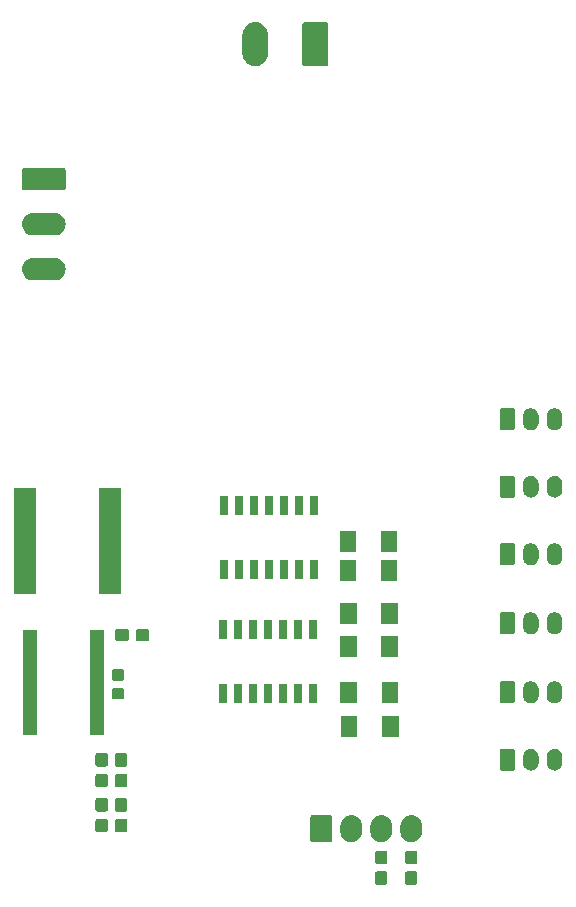
<source format=gbs>
G04 #@! TF.GenerationSoftware,KiCad,Pcbnew,5.0.2+dfsg1-1~bpo9+1*
G04 #@! TF.CreationDate,2020-01-22T15:14:46+01:00*
G04 #@! TF.ProjectId,MOTOR_BOARD_I2C,4d4f544f-525f-4424-9f41-52445f493243,rev?*
G04 #@! TF.SameCoordinates,Original*
G04 #@! TF.FileFunction,Soldermask,Bot*
G04 #@! TF.FilePolarity,Negative*
%FSLAX46Y46*%
G04 Gerber Fmt 4.6, Leading zero omitted, Abs format (unit mm)*
G04 Created by KiCad (PCBNEW 5.0.2+dfsg1-1~bpo9+1) date mer. 22 janv. 2020 15:14:46 CET*
%MOMM*%
%LPD*%
G01*
G04 APERTURE LIST*
%ADD10C,0.100000*%
G04 APERTURE END LIST*
D10*
G36*
X210422499Y-92886445D02*
X210459993Y-92897819D01*
X210494557Y-92916294D01*
X210524847Y-92941153D01*
X210549706Y-92971443D01*
X210568181Y-93006007D01*
X210579555Y-93043501D01*
X210584000Y-93088638D01*
X210584000Y-93827362D01*
X210579555Y-93872499D01*
X210568181Y-93909993D01*
X210549706Y-93944557D01*
X210524847Y-93974847D01*
X210494557Y-93999706D01*
X210459993Y-94018181D01*
X210422499Y-94029555D01*
X210377362Y-94034000D01*
X209738638Y-94034000D01*
X209693501Y-94029555D01*
X209656007Y-94018181D01*
X209621443Y-93999706D01*
X209591153Y-93974847D01*
X209566294Y-93944557D01*
X209547819Y-93909993D01*
X209536445Y-93872499D01*
X209532000Y-93827362D01*
X209532000Y-93088638D01*
X209536445Y-93043501D01*
X209547819Y-93006007D01*
X209566294Y-92971443D01*
X209591153Y-92941153D01*
X209621443Y-92916294D01*
X209656007Y-92897819D01*
X209693501Y-92886445D01*
X209738638Y-92882000D01*
X210377362Y-92882000D01*
X210422499Y-92886445D01*
X210422499Y-92886445D01*
G37*
G36*
X207882499Y-92886445D02*
X207919993Y-92897819D01*
X207954557Y-92916294D01*
X207984847Y-92941153D01*
X208009706Y-92971443D01*
X208028181Y-93006007D01*
X208039555Y-93043501D01*
X208044000Y-93088638D01*
X208044000Y-93827362D01*
X208039555Y-93872499D01*
X208028181Y-93909993D01*
X208009706Y-93944557D01*
X207984847Y-93974847D01*
X207954557Y-93999706D01*
X207919993Y-94018181D01*
X207882499Y-94029555D01*
X207837362Y-94034000D01*
X207198638Y-94034000D01*
X207153501Y-94029555D01*
X207116007Y-94018181D01*
X207081443Y-93999706D01*
X207051153Y-93974847D01*
X207026294Y-93944557D01*
X207007819Y-93909993D01*
X206996445Y-93872499D01*
X206992000Y-93827362D01*
X206992000Y-93088638D01*
X206996445Y-93043501D01*
X207007819Y-93006007D01*
X207026294Y-92971443D01*
X207051153Y-92941153D01*
X207081443Y-92916294D01*
X207116007Y-92897819D01*
X207153501Y-92886445D01*
X207198638Y-92882000D01*
X207837362Y-92882000D01*
X207882499Y-92886445D01*
X207882499Y-92886445D01*
G37*
G36*
X207882499Y-91136445D02*
X207919993Y-91147819D01*
X207954557Y-91166294D01*
X207984847Y-91191153D01*
X208009706Y-91221443D01*
X208028181Y-91256007D01*
X208039555Y-91293501D01*
X208044000Y-91338638D01*
X208044000Y-92077362D01*
X208039555Y-92122499D01*
X208028181Y-92159993D01*
X208009706Y-92194557D01*
X207984847Y-92224847D01*
X207954557Y-92249706D01*
X207919993Y-92268181D01*
X207882499Y-92279555D01*
X207837362Y-92284000D01*
X207198638Y-92284000D01*
X207153501Y-92279555D01*
X207116007Y-92268181D01*
X207081443Y-92249706D01*
X207051153Y-92224847D01*
X207026294Y-92194557D01*
X207007819Y-92159993D01*
X206996445Y-92122499D01*
X206992000Y-92077362D01*
X206992000Y-91338638D01*
X206996445Y-91293501D01*
X207007819Y-91256007D01*
X207026294Y-91221443D01*
X207051153Y-91191153D01*
X207081443Y-91166294D01*
X207116007Y-91147819D01*
X207153501Y-91136445D01*
X207198638Y-91132000D01*
X207837362Y-91132000D01*
X207882499Y-91136445D01*
X207882499Y-91136445D01*
G37*
G36*
X210422499Y-91136445D02*
X210459993Y-91147819D01*
X210494557Y-91166294D01*
X210524847Y-91191153D01*
X210549706Y-91221443D01*
X210568181Y-91256007D01*
X210579555Y-91293501D01*
X210584000Y-91338638D01*
X210584000Y-92077362D01*
X210579555Y-92122499D01*
X210568181Y-92159993D01*
X210549706Y-92194557D01*
X210524847Y-92224847D01*
X210494557Y-92249706D01*
X210459993Y-92268181D01*
X210422499Y-92279555D01*
X210377362Y-92284000D01*
X209738638Y-92284000D01*
X209693501Y-92279555D01*
X209656007Y-92268181D01*
X209621443Y-92249706D01*
X209591153Y-92224847D01*
X209566294Y-92194557D01*
X209547819Y-92159993D01*
X209536445Y-92122499D01*
X209532000Y-92077362D01*
X209532000Y-91338638D01*
X209536445Y-91293501D01*
X209547819Y-91256007D01*
X209566294Y-91221443D01*
X209591153Y-91191153D01*
X209621443Y-91166294D01*
X209656007Y-91147819D01*
X209693501Y-91136445D01*
X209738638Y-91132000D01*
X210377362Y-91132000D01*
X210422499Y-91136445D01*
X210422499Y-91136445D01*
G37*
G36*
X210238547Y-88143326D02*
X210354286Y-88178435D01*
X210412157Y-88195990D01*
X210433718Y-88207515D01*
X210572155Y-88281511D01*
X210712396Y-88396604D01*
X210827489Y-88536844D01*
X210840404Y-88561007D01*
X210913010Y-88696842D01*
X210913968Y-88700000D01*
X210965674Y-88870452D01*
X210979000Y-89005756D01*
X210979000Y-89556243D01*
X210965674Y-89691548D01*
X210913010Y-89865157D01*
X210827489Y-90025156D01*
X210712396Y-90165396D01*
X210572156Y-90280489D01*
X210553314Y-90290560D01*
X210412158Y-90366010D01*
X210365551Y-90380148D01*
X210238548Y-90418674D01*
X210058000Y-90436456D01*
X209877453Y-90418674D01*
X209750450Y-90380148D01*
X209703843Y-90366010D01*
X209562687Y-90290560D01*
X209543845Y-90280489D01*
X209403605Y-90165396D01*
X209288512Y-90025156D01*
X209248703Y-89950680D01*
X209202990Y-89865158D01*
X209185435Y-89807287D01*
X209150326Y-89691548D01*
X209137000Y-89556244D01*
X209137000Y-89005757D01*
X209150326Y-88870453D01*
X209185435Y-88754714D01*
X209202990Y-88696843D01*
X209234183Y-88638486D01*
X209288511Y-88536845D01*
X209403604Y-88396604D01*
X209543844Y-88281511D01*
X209680685Y-88208368D01*
X209703842Y-88195990D01*
X209761713Y-88178435D01*
X209877452Y-88143326D01*
X210058000Y-88125544D01*
X210238547Y-88143326D01*
X210238547Y-88143326D01*
G37*
G36*
X207698547Y-88143326D02*
X207814286Y-88178435D01*
X207872157Y-88195990D01*
X207893718Y-88207515D01*
X208032155Y-88281511D01*
X208172396Y-88396604D01*
X208287489Y-88536844D01*
X208300404Y-88561007D01*
X208373010Y-88696842D01*
X208373968Y-88700000D01*
X208425674Y-88870452D01*
X208439000Y-89005756D01*
X208439000Y-89556243D01*
X208425674Y-89691548D01*
X208373010Y-89865157D01*
X208287489Y-90025156D01*
X208172396Y-90165396D01*
X208032156Y-90280489D01*
X208013314Y-90290560D01*
X207872158Y-90366010D01*
X207825551Y-90380148D01*
X207698548Y-90418674D01*
X207518000Y-90436456D01*
X207337453Y-90418674D01*
X207210450Y-90380148D01*
X207163843Y-90366010D01*
X207022687Y-90290560D01*
X207003845Y-90280489D01*
X206863605Y-90165396D01*
X206748512Y-90025156D01*
X206708703Y-89950680D01*
X206662990Y-89865158D01*
X206645435Y-89807287D01*
X206610326Y-89691548D01*
X206597000Y-89556244D01*
X206597000Y-89005757D01*
X206610326Y-88870453D01*
X206645435Y-88754714D01*
X206662990Y-88696843D01*
X206694183Y-88638486D01*
X206748511Y-88536845D01*
X206863604Y-88396604D01*
X207003844Y-88281511D01*
X207140685Y-88208368D01*
X207163842Y-88195990D01*
X207221713Y-88178435D01*
X207337452Y-88143326D01*
X207518000Y-88125544D01*
X207698547Y-88143326D01*
X207698547Y-88143326D01*
G37*
G36*
X205158547Y-88143326D02*
X205274286Y-88178435D01*
X205332157Y-88195990D01*
X205353718Y-88207515D01*
X205492155Y-88281511D01*
X205632396Y-88396604D01*
X205747489Y-88536844D01*
X205760404Y-88561007D01*
X205833010Y-88696842D01*
X205833968Y-88700000D01*
X205885674Y-88870452D01*
X205899000Y-89005756D01*
X205899000Y-89556243D01*
X205885674Y-89691548D01*
X205833010Y-89865157D01*
X205747489Y-90025156D01*
X205632396Y-90165396D01*
X205492156Y-90280489D01*
X205473314Y-90290560D01*
X205332158Y-90366010D01*
X205285551Y-90380148D01*
X205158548Y-90418674D01*
X204978000Y-90436456D01*
X204797453Y-90418674D01*
X204670450Y-90380148D01*
X204623843Y-90366010D01*
X204482687Y-90290560D01*
X204463845Y-90280489D01*
X204323605Y-90165396D01*
X204208512Y-90025156D01*
X204168703Y-89950680D01*
X204122990Y-89865158D01*
X204105435Y-89807287D01*
X204070326Y-89691548D01*
X204057000Y-89556244D01*
X204057000Y-89005757D01*
X204070326Y-88870453D01*
X204105435Y-88754714D01*
X204122990Y-88696843D01*
X204154183Y-88638486D01*
X204208511Y-88536845D01*
X204323604Y-88396604D01*
X204463844Y-88281511D01*
X204600685Y-88208368D01*
X204623842Y-88195990D01*
X204681713Y-88178435D01*
X204797452Y-88143326D01*
X204978000Y-88125544D01*
X205158547Y-88143326D01*
X205158547Y-88143326D01*
G37*
G36*
X203217560Y-88133966D02*
X203250383Y-88143923D01*
X203280632Y-88160092D01*
X203307148Y-88181852D01*
X203328908Y-88208368D01*
X203345077Y-88238617D01*
X203355034Y-88271440D01*
X203359000Y-88311712D01*
X203359000Y-90250288D01*
X203355034Y-90290560D01*
X203345077Y-90323383D01*
X203328908Y-90353632D01*
X203307148Y-90380148D01*
X203280632Y-90401908D01*
X203250383Y-90418077D01*
X203217560Y-90428034D01*
X203177288Y-90432000D01*
X201698712Y-90432000D01*
X201658440Y-90428034D01*
X201625617Y-90418077D01*
X201595368Y-90401908D01*
X201568852Y-90380148D01*
X201547092Y-90353632D01*
X201530923Y-90323383D01*
X201520966Y-90290560D01*
X201517000Y-90250288D01*
X201517000Y-88311712D01*
X201520966Y-88271440D01*
X201530923Y-88238617D01*
X201547092Y-88208368D01*
X201568852Y-88181852D01*
X201595368Y-88160092D01*
X201625617Y-88143923D01*
X201658440Y-88133966D01*
X201698712Y-88130000D01*
X203177288Y-88130000D01*
X203217560Y-88133966D01*
X203217560Y-88133966D01*
G37*
G36*
X185847999Y-88441445D02*
X185885493Y-88452819D01*
X185920057Y-88471294D01*
X185950347Y-88496153D01*
X185975206Y-88526443D01*
X185993681Y-88561007D01*
X186005055Y-88598501D01*
X186009500Y-88643638D01*
X186009500Y-89382362D01*
X186005055Y-89427499D01*
X185993681Y-89464993D01*
X185975206Y-89499557D01*
X185950347Y-89529847D01*
X185920057Y-89554706D01*
X185885493Y-89573181D01*
X185847999Y-89584555D01*
X185802862Y-89589000D01*
X185164138Y-89589000D01*
X185119001Y-89584555D01*
X185081507Y-89573181D01*
X185046943Y-89554706D01*
X185016653Y-89529847D01*
X184991794Y-89499557D01*
X184973319Y-89464993D01*
X184961945Y-89427499D01*
X184957500Y-89382362D01*
X184957500Y-88643638D01*
X184961945Y-88598501D01*
X184973319Y-88561007D01*
X184991794Y-88526443D01*
X185016653Y-88496153D01*
X185046943Y-88471294D01*
X185081507Y-88452819D01*
X185119001Y-88441445D01*
X185164138Y-88437000D01*
X185802862Y-88437000D01*
X185847999Y-88441445D01*
X185847999Y-88441445D01*
G37*
G36*
X184196999Y-88441445D02*
X184234493Y-88452819D01*
X184269057Y-88471294D01*
X184299347Y-88496153D01*
X184324206Y-88526443D01*
X184342681Y-88561007D01*
X184354055Y-88598501D01*
X184358500Y-88643638D01*
X184358500Y-89382362D01*
X184354055Y-89427499D01*
X184342681Y-89464993D01*
X184324206Y-89499557D01*
X184299347Y-89529847D01*
X184269057Y-89554706D01*
X184234493Y-89573181D01*
X184196999Y-89584555D01*
X184151862Y-89589000D01*
X183513138Y-89589000D01*
X183468001Y-89584555D01*
X183430507Y-89573181D01*
X183395943Y-89554706D01*
X183365653Y-89529847D01*
X183340794Y-89499557D01*
X183322319Y-89464993D01*
X183310945Y-89427499D01*
X183306500Y-89382362D01*
X183306500Y-88643638D01*
X183310945Y-88598501D01*
X183322319Y-88561007D01*
X183340794Y-88526443D01*
X183365653Y-88496153D01*
X183395943Y-88471294D01*
X183430507Y-88452819D01*
X183468001Y-88441445D01*
X183513138Y-88437000D01*
X184151862Y-88437000D01*
X184196999Y-88441445D01*
X184196999Y-88441445D01*
G37*
G36*
X184196999Y-86691445D02*
X184234493Y-86702819D01*
X184269057Y-86721294D01*
X184299347Y-86746153D01*
X184324206Y-86776443D01*
X184342681Y-86811007D01*
X184354055Y-86848501D01*
X184358500Y-86893638D01*
X184358500Y-87632362D01*
X184354055Y-87677499D01*
X184342681Y-87714993D01*
X184324206Y-87749557D01*
X184299347Y-87779847D01*
X184269057Y-87804706D01*
X184234493Y-87823181D01*
X184196999Y-87834555D01*
X184151862Y-87839000D01*
X183513138Y-87839000D01*
X183468001Y-87834555D01*
X183430507Y-87823181D01*
X183395943Y-87804706D01*
X183365653Y-87779847D01*
X183340794Y-87749557D01*
X183322319Y-87714993D01*
X183310945Y-87677499D01*
X183306500Y-87632362D01*
X183306500Y-86893638D01*
X183310945Y-86848501D01*
X183322319Y-86811007D01*
X183340794Y-86776443D01*
X183365653Y-86746153D01*
X183395943Y-86721294D01*
X183430507Y-86702819D01*
X183468001Y-86691445D01*
X183513138Y-86687000D01*
X184151862Y-86687000D01*
X184196999Y-86691445D01*
X184196999Y-86691445D01*
G37*
G36*
X185847999Y-86691445D02*
X185885493Y-86702819D01*
X185920057Y-86721294D01*
X185950347Y-86746153D01*
X185975206Y-86776443D01*
X185993681Y-86811007D01*
X186005055Y-86848501D01*
X186009500Y-86893638D01*
X186009500Y-87632362D01*
X186005055Y-87677499D01*
X185993681Y-87714993D01*
X185975206Y-87749557D01*
X185950347Y-87779847D01*
X185920057Y-87804706D01*
X185885493Y-87823181D01*
X185847999Y-87834555D01*
X185802862Y-87839000D01*
X185164138Y-87839000D01*
X185119001Y-87834555D01*
X185081507Y-87823181D01*
X185046943Y-87804706D01*
X185016653Y-87779847D01*
X184991794Y-87749557D01*
X184973319Y-87714993D01*
X184961945Y-87677499D01*
X184957500Y-87632362D01*
X184957500Y-86893638D01*
X184961945Y-86848501D01*
X184973319Y-86811007D01*
X184991794Y-86776443D01*
X185016653Y-86746153D01*
X185046943Y-86721294D01*
X185081507Y-86702819D01*
X185119001Y-86691445D01*
X185164138Y-86687000D01*
X185802862Y-86687000D01*
X185847999Y-86691445D01*
X185847999Y-86691445D01*
G37*
G36*
X185847999Y-84631445D02*
X185885493Y-84642819D01*
X185920057Y-84661294D01*
X185950347Y-84686153D01*
X185975206Y-84716443D01*
X185993681Y-84751007D01*
X186005055Y-84788501D01*
X186009500Y-84833638D01*
X186009500Y-85572362D01*
X186005055Y-85617499D01*
X185993681Y-85654993D01*
X185975206Y-85689557D01*
X185950347Y-85719847D01*
X185920057Y-85744706D01*
X185885493Y-85763181D01*
X185847999Y-85774555D01*
X185802862Y-85779000D01*
X185164138Y-85779000D01*
X185119001Y-85774555D01*
X185081507Y-85763181D01*
X185046943Y-85744706D01*
X185016653Y-85719847D01*
X184991794Y-85689557D01*
X184973319Y-85654993D01*
X184961945Y-85617499D01*
X184957500Y-85572362D01*
X184957500Y-84833638D01*
X184961945Y-84788501D01*
X184973319Y-84751007D01*
X184991794Y-84716443D01*
X185016653Y-84686153D01*
X185046943Y-84661294D01*
X185081507Y-84642819D01*
X185119001Y-84631445D01*
X185164138Y-84627000D01*
X185802862Y-84627000D01*
X185847999Y-84631445D01*
X185847999Y-84631445D01*
G37*
G36*
X184196999Y-84631445D02*
X184234493Y-84642819D01*
X184269057Y-84661294D01*
X184299347Y-84686153D01*
X184324206Y-84716443D01*
X184342681Y-84751007D01*
X184354055Y-84788501D01*
X184358500Y-84833638D01*
X184358500Y-85572362D01*
X184354055Y-85617499D01*
X184342681Y-85654993D01*
X184324206Y-85689557D01*
X184299347Y-85719847D01*
X184269057Y-85744706D01*
X184234493Y-85763181D01*
X184196999Y-85774555D01*
X184151862Y-85779000D01*
X183513138Y-85779000D01*
X183468001Y-85774555D01*
X183430507Y-85763181D01*
X183395943Y-85744706D01*
X183365653Y-85719847D01*
X183340794Y-85689557D01*
X183322319Y-85654993D01*
X183310945Y-85617499D01*
X183306500Y-85572362D01*
X183306500Y-84833638D01*
X183310945Y-84788501D01*
X183322319Y-84751007D01*
X183340794Y-84716443D01*
X183365653Y-84686153D01*
X183395943Y-84661294D01*
X183430507Y-84642819D01*
X183468001Y-84631445D01*
X183513138Y-84627000D01*
X184151862Y-84627000D01*
X184196999Y-84631445D01*
X184196999Y-84631445D01*
G37*
G36*
X222313617Y-82522420D02*
X222395426Y-82547237D01*
X222436332Y-82559645D01*
X222458544Y-82571518D01*
X222549425Y-82620095D01*
X222549427Y-82620096D01*
X222549426Y-82620096D01*
X222622965Y-82680447D01*
X222648553Y-82701447D01*
X222729905Y-82800574D01*
X222729906Y-82800576D01*
X222790355Y-82913667D01*
X222792677Y-82921323D01*
X222827580Y-83036382D01*
X222837000Y-83132027D01*
X222837000Y-83745973D01*
X222827580Y-83841618D01*
X222819729Y-83867499D01*
X222790355Y-83964333D01*
X222774120Y-83994706D01*
X222729905Y-84077426D01*
X222648553Y-84176553D01*
X222549426Y-84257905D01*
X222549424Y-84257906D01*
X222436333Y-84318355D01*
X222395427Y-84330763D01*
X222313618Y-84355580D01*
X222186000Y-84368149D01*
X222058383Y-84355580D01*
X221976574Y-84330763D01*
X221935668Y-84318355D01*
X221822577Y-84257906D01*
X221822575Y-84257905D01*
X221723448Y-84176553D01*
X221642095Y-84077426D01*
X221597880Y-83994706D01*
X221581645Y-83964333D01*
X221552271Y-83867499D01*
X221544420Y-83841618D01*
X221535000Y-83745973D01*
X221535000Y-83132028D01*
X221544420Y-83036383D01*
X221569401Y-82954031D01*
X221581645Y-82913668D01*
X221613957Y-82853218D01*
X221642095Y-82800575D01*
X221723447Y-82701447D01*
X221822574Y-82620095D01*
X221857400Y-82601480D01*
X221935667Y-82559645D01*
X221976573Y-82547237D01*
X222058382Y-82522420D01*
X222186000Y-82509851D01*
X222313617Y-82522420D01*
X222313617Y-82522420D01*
G37*
G36*
X220313617Y-82522420D02*
X220395426Y-82547237D01*
X220436332Y-82559645D01*
X220458544Y-82571518D01*
X220549425Y-82620095D01*
X220549427Y-82620096D01*
X220549426Y-82620096D01*
X220622965Y-82680447D01*
X220648553Y-82701447D01*
X220729905Y-82800574D01*
X220729906Y-82800576D01*
X220790355Y-82913667D01*
X220792677Y-82921323D01*
X220827580Y-83036382D01*
X220837000Y-83132027D01*
X220837000Y-83745973D01*
X220827580Y-83841618D01*
X220819729Y-83867499D01*
X220790355Y-83964333D01*
X220774120Y-83994706D01*
X220729905Y-84077426D01*
X220648553Y-84176553D01*
X220549426Y-84257905D01*
X220549424Y-84257906D01*
X220436333Y-84318355D01*
X220395427Y-84330763D01*
X220313618Y-84355580D01*
X220186000Y-84368149D01*
X220058383Y-84355580D01*
X219976574Y-84330763D01*
X219935668Y-84318355D01*
X219822577Y-84257906D01*
X219822575Y-84257905D01*
X219723448Y-84176553D01*
X219642095Y-84077426D01*
X219597880Y-83994706D01*
X219581645Y-83964333D01*
X219552271Y-83867499D01*
X219544420Y-83841618D01*
X219535000Y-83745973D01*
X219535000Y-83132028D01*
X219544420Y-83036383D01*
X219569401Y-82954031D01*
X219581645Y-82913668D01*
X219613957Y-82853218D01*
X219642095Y-82800575D01*
X219723447Y-82701447D01*
X219822574Y-82620095D01*
X219857400Y-82601480D01*
X219935667Y-82559645D01*
X219976573Y-82547237D01*
X220058382Y-82522420D01*
X220186000Y-82509851D01*
X220313617Y-82522420D01*
X220313617Y-82522420D01*
G37*
G36*
X218677242Y-82517404D02*
X218714339Y-82528657D01*
X218748520Y-82546927D01*
X218778482Y-82571518D01*
X218803073Y-82601480D01*
X218821343Y-82635661D01*
X218832596Y-82672758D01*
X218837000Y-82717473D01*
X218837000Y-84160527D01*
X218832596Y-84205242D01*
X218821343Y-84242339D01*
X218803073Y-84276520D01*
X218778482Y-84306482D01*
X218748520Y-84331073D01*
X218714339Y-84349343D01*
X218677242Y-84360596D01*
X218632527Y-84365000D01*
X217739473Y-84365000D01*
X217694758Y-84360596D01*
X217657661Y-84349343D01*
X217623480Y-84331073D01*
X217593518Y-84306482D01*
X217568927Y-84276520D01*
X217550657Y-84242339D01*
X217539404Y-84205242D01*
X217535000Y-84160527D01*
X217535000Y-82717473D01*
X217539404Y-82672758D01*
X217550657Y-82635661D01*
X217568927Y-82601480D01*
X217593518Y-82571518D01*
X217623480Y-82546927D01*
X217657661Y-82528657D01*
X217694758Y-82517404D01*
X217739473Y-82513000D01*
X218632527Y-82513000D01*
X218677242Y-82517404D01*
X218677242Y-82517404D01*
G37*
G36*
X184196999Y-82881445D02*
X184234493Y-82892819D01*
X184269057Y-82911294D01*
X184299347Y-82936153D01*
X184324206Y-82966443D01*
X184342681Y-83001007D01*
X184354055Y-83038501D01*
X184358500Y-83083638D01*
X184358500Y-83822362D01*
X184354055Y-83867499D01*
X184342681Y-83904993D01*
X184324206Y-83939557D01*
X184299347Y-83969847D01*
X184269057Y-83994706D01*
X184234493Y-84013181D01*
X184196999Y-84024555D01*
X184151862Y-84029000D01*
X183513138Y-84029000D01*
X183468001Y-84024555D01*
X183430507Y-84013181D01*
X183395943Y-83994706D01*
X183365653Y-83969847D01*
X183340794Y-83939557D01*
X183322319Y-83904993D01*
X183310945Y-83867499D01*
X183306500Y-83822362D01*
X183306500Y-83083638D01*
X183310945Y-83038501D01*
X183322319Y-83001007D01*
X183340794Y-82966443D01*
X183365653Y-82936153D01*
X183395943Y-82911294D01*
X183430507Y-82892819D01*
X183468001Y-82881445D01*
X183513138Y-82877000D01*
X184151862Y-82877000D01*
X184196999Y-82881445D01*
X184196999Y-82881445D01*
G37*
G36*
X185847999Y-82881445D02*
X185885493Y-82892819D01*
X185920057Y-82911294D01*
X185950347Y-82936153D01*
X185975206Y-82966443D01*
X185993681Y-83001007D01*
X186005055Y-83038501D01*
X186009500Y-83083638D01*
X186009500Y-83822362D01*
X186005055Y-83867499D01*
X185993681Y-83904993D01*
X185975206Y-83939557D01*
X185950347Y-83969847D01*
X185920057Y-83994706D01*
X185885493Y-84013181D01*
X185847999Y-84024555D01*
X185802862Y-84029000D01*
X185164138Y-84029000D01*
X185119001Y-84024555D01*
X185081507Y-84013181D01*
X185046943Y-83994706D01*
X185016653Y-83969847D01*
X184991794Y-83939557D01*
X184973319Y-83904993D01*
X184961945Y-83867499D01*
X184957500Y-83822362D01*
X184957500Y-83083638D01*
X184961945Y-83038501D01*
X184973319Y-83001007D01*
X184991794Y-82966443D01*
X185016653Y-82936153D01*
X185046943Y-82911294D01*
X185081507Y-82892819D01*
X185119001Y-82881445D01*
X185164138Y-82877000D01*
X185802862Y-82877000D01*
X185847999Y-82881445D01*
X185847999Y-82881445D01*
G37*
G36*
X205488500Y-81546000D02*
X204086500Y-81546000D01*
X204086500Y-79744000D01*
X205488500Y-79744000D01*
X205488500Y-81546000D01*
X205488500Y-81546000D01*
G37*
G36*
X208988500Y-81546000D02*
X207586500Y-81546000D01*
X207586500Y-79744000D01*
X208988500Y-79744000D01*
X208988500Y-81546000D01*
X208988500Y-81546000D01*
G37*
G36*
X184075799Y-81387506D02*
X182873799Y-81387506D01*
X182873799Y-72435506D01*
X184075799Y-72435506D01*
X184075799Y-81387506D01*
X184075799Y-81387506D01*
G37*
G36*
X178375799Y-81387506D02*
X177173799Y-81387506D01*
X177173799Y-72435506D01*
X178375799Y-72435506D01*
X178375799Y-81387506D01*
X178375799Y-81387506D01*
G37*
G36*
X220313617Y-76807420D02*
X220395426Y-76832237D01*
X220436332Y-76844645D01*
X220458544Y-76856518D01*
X220549425Y-76905095D01*
X220549427Y-76905096D01*
X220549426Y-76905096D01*
X220647407Y-76985506D01*
X220648553Y-76986447D01*
X220729905Y-77085574D01*
X220729906Y-77085576D01*
X220790355Y-77198667D01*
X220802763Y-77239573D01*
X220827580Y-77321382D01*
X220837000Y-77417027D01*
X220837000Y-78030973D01*
X220827580Y-78126618D01*
X220819275Y-78153996D01*
X220790355Y-78249333D01*
X220748577Y-78327493D01*
X220729905Y-78362426D01*
X220648553Y-78461553D01*
X220549426Y-78542905D01*
X220549424Y-78542906D01*
X220436333Y-78603355D01*
X220395427Y-78615763D01*
X220313618Y-78640580D01*
X220186000Y-78653149D01*
X220058383Y-78640580D01*
X219976574Y-78615763D01*
X219935668Y-78603355D01*
X219822577Y-78542906D01*
X219822575Y-78542905D01*
X219723448Y-78461553D01*
X219642095Y-78362426D01*
X219587760Y-78260773D01*
X219581645Y-78249333D01*
X219552725Y-78153996D01*
X219544420Y-78126618D01*
X219535000Y-78030973D01*
X219535000Y-77417028D01*
X219544420Y-77321383D01*
X219581645Y-77198669D01*
X219581645Y-77198668D01*
X219613957Y-77138218D01*
X219642095Y-77085575D01*
X219723447Y-76986447D01*
X219822574Y-76905095D01*
X219857400Y-76886480D01*
X219935667Y-76844645D01*
X219976573Y-76832237D01*
X220058382Y-76807420D01*
X220186000Y-76794851D01*
X220313617Y-76807420D01*
X220313617Y-76807420D01*
G37*
G36*
X222313617Y-76807420D02*
X222395426Y-76832237D01*
X222436332Y-76844645D01*
X222458544Y-76856518D01*
X222549425Y-76905095D01*
X222549427Y-76905096D01*
X222549426Y-76905096D01*
X222647407Y-76985506D01*
X222648553Y-76986447D01*
X222729905Y-77085574D01*
X222729906Y-77085576D01*
X222790355Y-77198667D01*
X222802763Y-77239573D01*
X222827580Y-77321382D01*
X222837000Y-77417027D01*
X222837000Y-78030973D01*
X222827580Y-78126618D01*
X222819275Y-78153996D01*
X222790355Y-78249333D01*
X222748577Y-78327493D01*
X222729905Y-78362426D01*
X222648553Y-78461553D01*
X222549426Y-78542905D01*
X222549424Y-78542906D01*
X222436333Y-78603355D01*
X222395427Y-78615763D01*
X222313618Y-78640580D01*
X222186000Y-78653149D01*
X222058383Y-78640580D01*
X221976574Y-78615763D01*
X221935668Y-78603355D01*
X221822577Y-78542906D01*
X221822575Y-78542905D01*
X221723448Y-78461553D01*
X221642095Y-78362426D01*
X221587760Y-78260773D01*
X221581645Y-78249333D01*
X221552725Y-78153996D01*
X221544420Y-78126618D01*
X221535000Y-78030973D01*
X221535000Y-77417028D01*
X221544420Y-77321383D01*
X221581645Y-77198669D01*
X221581645Y-77198668D01*
X221613957Y-77138218D01*
X221642095Y-77085575D01*
X221723447Y-76986447D01*
X221822574Y-76905095D01*
X221857400Y-76886480D01*
X221935667Y-76844645D01*
X221976573Y-76832237D01*
X222058382Y-76807420D01*
X222186000Y-76794851D01*
X222313617Y-76807420D01*
X222313617Y-76807420D01*
G37*
G36*
X218677242Y-76802404D02*
X218714339Y-76813657D01*
X218748520Y-76831927D01*
X218778482Y-76856518D01*
X218803073Y-76886480D01*
X218821343Y-76920661D01*
X218832596Y-76957758D01*
X218837000Y-77002473D01*
X218837000Y-78445527D01*
X218832596Y-78490242D01*
X218821343Y-78527339D01*
X218803073Y-78561520D01*
X218778482Y-78591482D01*
X218748520Y-78616073D01*
X218714339Y-78634343D01*
X218677242Y-78645596D01*
X218632527Y-78650000D01*
X217739473Y-78650000D01*
X217694758Y-78645596D01*
X217657661Y-78634343D01*
X217623480Y-78616073D01*
X217593518Y-78591482D01*
X217568927Y-78561520D01*
X217550657Y-78527339D01*
X217539404Y-78490242D01*
X217535000Y-78445527D01*
X217535000Y-77002473D01*
X217539404Y-76957758D01*
X217550657Y-76920661D01*
X217568927Y-76886480D01*
X217593518Y-76856518D01*
X217623480Y-76831927D01*
X217657661Y-76813657D01*
X217694758Y-76802404D01*
X217739473Y-76798000D01*
X218632527Y-76798000D01*
X218677242Y-76802404D01*
X218677242Y-76802404D01*
G37*
G36*
X208953000Y-78625000D02*
X207551000Y-78625000D01*
X207551000Y-76823000D01*
X208953000Y-76823000D01*
X208953000Y-78625000D01*
X208953000Y-78625000D01*
G37*
G36*
X205453000Y-78625000D02*
X204051000Y-78625000D01*
X204051000Y-76823000D01*
X205453000Y-76823000D01*
X205453000Y-78625000D01*
X205453000Y-78625000D01*
G37*
G36*
X195740500Y-78621500D02*
X195038500Y-78621500D01*
X195038500Y-77019500D01*
X195740500Y-77019500D01*
X195740500Y-78621500D01*
X195740500Y-78621500D01*
G37*
G36*
X194470500Y-78621500D02*
X193768500Y-78621500D01*
X193768500Y-77019500D01*
X194470500Y-77019500D01*
X194470500Y-78621500D01*
X194470500Y-78621500D01*
G37*
G36*
X197010500Y-78621500D02*
X196308500Y-78621500D01*
X196308500Y-77019500D01*
X197010500Y-77019500D01*
X197010500Y-78621500D01*
X197010500Y-78621500D01*
G37*
G36*
X198280500Y-78621500D02*
X197578500Y-78621500D01*
X197578500Y-77019500D01*
X198280500Y-77019500D01*
X198280500Y-78621500D01*
X198280500Y-78621500D01*
G37*
G36*
X199550500Y-78621500D02*
X198848500Y-78621500D01*
X198848500Y-77019500D01*
X199550500Y-77019500D01*
X199550500Y-78621500D01*
X199550500Y-78621500D01*
G37*
G36*
X200820500Y-78621500D02*
X200118500Y-78621500D01*
X200118500Y-77019500D01*
X200820500Y-77019500D01*
X200820500Y-78621500D01*
X200820500Y-78621500D01*
G37*
G36*
X202090500Y-78621500D02*
X201388500Y-78621500D01*
X201388500Y-77019500D01*
X202090500Y-77019500D01*
X202090500Y-78621500D01*
X202090500Y-78621500D01*
G37*
G36*
X185596297Y-77368971D02*
X185630275Y-77379279D01*
X185661593Y-77396019D01*
X185689045Y-77418547D01*
X185711573Y-77445999D01*
X185728313Y-77477317D01*
X185738621Y-77511295D01*
X185742706Y-77552776D01*
X185742706Y-78153996D01*
X185738621Y-78195477D01*
X185728313Y-78229455D01*
X185711573Y-78260773D01*
X185689045Y-78288225D01*
X185661593Y-78310753D01*
X185630275Y-78327493D01*
X185596297Y-78337801D01*
X185554816Y-78341886D01*
X184878596Y-78341886D01*
X184837115Y-78337801D01*
X184803137Y-78327493D01*
X184771819Y-78310753D01*
X184744367Y-78288225D01*
X184721839Y-78260773D01*
X184705099Y-78229455D01*
X184694791Y-78195477D01*
X184690706Y-78153996D01*
X184690706Y-77552776D01*
X184694791Y-77511295D01*
X184705099Y-77477317D01*
X184721839Y-77445999D01*
X184744367Y-77418547D01*
X184771819Y-77396019D01*
X184803137Y-77379279D01*
X184837115Y-77368971D01*
X184878596Y-77364886D01*
X185554816Y-77364886D01*
X185596297Y-77368971D01*
X185596297Y-77368971D01*
G37*
G36*
X185596297Y-75793971D02*
X185630275Y-75804279D01*
X185661593Y-75821019D01*
X185689045Y-75843547D01*
X185711573Y-75870999D01*
X185728313Y-75902317D01*
X185738621Y-75936295D01*
X185742706Y-75977776D01*
X185742706Y-76578996D01*
X185738621Y-76620477D01*
X185728313Y-76654455D01*
X185711573Y-76685773D01*
X185689045Y-76713225D01*
X185661593Y-76735753D01*
X185630275Y-76752493D01*
X185596297Y-76762801D01*
X185554816Y-76766886D01*
X184878596Y-76766886D01*
X184837115Y-76762801D01*
X184803137Y-76752493D01*
X184771819Y-76735753D01*
X184744367Y-76713225D01*
X184721839Y-76685773D01*
X184705099Y-76654455D01*
X184694791Y-76620477D01*
X184690706Y-76578996D01*
X184690706Y-75977776D01*
X184694791Y-75936295D01*
X184705099Y-75902317D01*
X184721839Y-75870999D01*
X184744367Y-75843547D01*
X184771819Y-75821019D01*
X184803137Y-75804279D01*
X184837115Y-75793971D01*
X184878596Y-75789886D01*
X185554816Y-75789886D01*
X185596297Y-75793971D01*
X185596297Y-75793971D01*
G37*
G36*
X205425000Y-74751500D02*
X204023000Y-74751500D01*
X204023000Y-72949500D01*
X205425000Y-72949500D01*
X205425000Y-74751500D01*
X205425000Y-74751500D01*
G37*
G36*
X208925000Y-74751500D02*
X207523000Y-74751500D01*
X207523000Y-72949500D01*
X208925000Y-72949500D01*
X208925000Y-74751500D01*
X208925000Y-74751500D01*
G37*
G36*
X187725499Y-72376445D02*
X187762993Y-72387819D01*
X187797557Y-72406294D01*
X187827847Y-72431153D01*
X187852706Y-72461443D01*
X187871181Y-72496007D01*
X187882555Y-72533501D01*
X187887000Y-72578638D01*
X187887000Y-73217362D01*
X187882555Y-73262499D01*
X187871181Y-73299993D01*
X187852706Y-73334557D01*
X187827847Y-73364847D01*
X187797557Y-73389706D01*
X187762993Y-73408181D01*
X187725499Y-73419555D01*
X187680362Y-73424000D01*
X186941638Y-73424000D01*
X186896501Y-73419555D01*
X186859007Y-73408181D01*
X186824443Y-73389706D01*
X186794153Y-73364847D01*
X186769294Y-73334557D01*
X186750819Y-73299993D01*
X186739445Y-73262499D01*
X186735000Y-73217362D01*
X186735000Y-72578638D01*
X186739445Y-72533501D01*
X186750819Y-72496007D01*
X186769294Y-72461443D01*
X186794153Y-72431153D01*
X186824443Y-72406294D01*
X186859007Y-72387819D01*
X186896501Y-72376445D01*
X186941638Y-72372000D01*
X187680362Y-72372000D01*
X187725499Y-72376445D01*
X187725499Y-72376445D01*
G37*
G36*
X185975499Y-72376445D02*
X186012993Y-72387819D01*
X186047557Y-72406294D01*
X186077847Y-72431153D01*
X186102706Y-72461443D01*
X186121181Y-72496007D01*
X186132555Y-72533501D01*
X186137000Y-72578638D01*
X186137000Y-73217362D01*
X186132555Y-73262499D01*
X186121181Y-73299993D01*
X186102706Y-73334557D01*
X186077847Y-73364847D01*
X186047557Y-73389706D01*
X186012993Y-73408181D01*
X185975499Y-73419555D01*
X185930362Y-73424000D01*
X185191638Y-73424000D01*
X185146501Y-73419555D01*
X185109007Y-73408181D01*
X185074443Y-73389706D01*
X185044153Y-73364847D01*
X185019294Y-73334557D01*
X185000819Y-73299993D01*
X184989445Y-73262499D01*
X184985000Y-73217362D01*
X184985000Y-72578638D01*
X184989445Y-72533501D01*
X185000819Y-72496007D01*
X185019294Y-72461443D01*
X185044153Y-72431153D01*
X185074443Y-72406294D01*
X185109007Y-72387819D01*
X185146501Y-72376445D01*
X185191638Y-72372000D01*
X185930362Y-72372000D01*
X185975499Y-72376445D01*
X185975499Y-72376445D01*
G37*
G36*
X200820500Y-73221500D02*
X200118500Y-73221500D01*
X200118500Y-71619500D01*
X200820500Y-71619500D01*
X200820500Y-73221500D01*
X200820500Y-73221500D01*
G37*
G36*
X194470500Y-73221500D02*
X193768500Y-73221500D01*
X193768500Y-71619500D01*
X194470500Y-71619500D01*
X194470500Y-73221500D01*
X194470500Y-73221500D01*
G37*
G36*
X197010500Y-73221500D02*
X196308500Y-73221500D01*
X196308500Y-71619500D01*
X197010500Y-71619500D01*
X197010500Y-73221500D01*
X197010500Y-73221500D01*
G37*
G36*
X198280500Y-73221500D02*
X197578500Y-73221500D01*
X197578500Y-71619500D01*
X198280500Y-71619500D01*
X198280500Y-73221500D01*
X198280500Y-73221500D01*
G37*
G36*
X202090500Y-73221500D02*
X201388500Y-73221500D01*
X201388500Y-71619500D01*
X202090500Y-71619500D01*
X202090500Y-73221500D01*
X202090500Y-73221500D01*
G37*
G36*
X199550500Y-73221500D02*
X198848500Y-73221500D01*
X198848500Y-71619500D01*
X199550500Y-71619500D01*
X199550500Y-73221500D01*
X199550500Y-73221500D01*
G37*
G36*
X195740500Y-73221500D02*
X195038500Y-73221500D01*
X195038500Y-71619500D01*
X195740500Y-71619500D01*
X195740500Y-73221500D01*
X195740500Y-73221500D01*
G37*
G36*
X222313617Y-70965420D02*
X222395426Y-70990237D01*
X222436332Y-71002645D01*
X222458544Y-71014518D01*
X222549425Y-71063095D01*
X222549427Y-71063096D01*
X222549426Y-71063096D01*
X222622965Y-71123447D01*
X222648553Y-71144447D01*
X222729905Y-71243574D01*
X222729906Y-71243576D01*
X222790355Y-71356667D01*
X222802763Y-71397573D01*
X222827580Y-71479382D01*
X222837000Y-71575027D01*
X222837000Y-72188973D01*
X222827580Y-72284618D01*
X222802763Y-72366427D01*
X222790355Y-72407333D01*
X222761432Y-72461443D01*
X222729905Y-72520426D01*
X222648553Y-72619553D01*
X222549426Y-72700905D01*
X222549424Y-72700906D01*
X222436333Y-72761355D01*
X222395427Y-72773763D01*
X222313618Y-72798580D01*
X222186000Y-72811149D01*
X222058383Y-72798580D01*
X221976574Y-72773763D01*
X221935668Y-72761355D01*
X221822577Y-72700906D01*
X221822575Y-72700905D01*
X221723448Y-72619553D01*
X221642095Y-72520426D01*
X221596704Y-72435506D01*
X221581645Y-72407333D01*
X221569237Y-72366427D01*
X221544420Y-72284618D01*
X221535000Y-72188973D01*
X221535000Y-71575028D01*
X221544420Y-71479383D01*
X221581645Y-71356669D01*
X221581645Y-71356668D01*
X221613957Y-71296218D01*
X221642095Y-71243575D01*
X221723447Y-71144447D01*
X221822574Y-71063095D01*
X221857400Y-71044480D01*
X221935667Y-71002645D01*
X221976573Y-70990237D01*
X222058382Y-70965420D01*
X222186000Y-70952851D01*
X222313617Y-70965420D01*
X222313617Y-70965420D01*
G37*
G36*
X220313617Y-70965420D02*
X220395426Y-70990237D01*
X220436332Y-71002645D01*
X220458544Y-71014518D01*
X220549425Y-71063095D01*
X220549427Y-71063096D01*
X220549426Y-71063096D01*
X220622965Y-71123447D01*
X220648553Y-71144447D01*
X220729905Y-71243574D01*
X220729906Y-71243576D01*
X220790355Y-71356667D01*
X220802763Y-71397573D01*
X220827580Y-71479382D01*
X220837000Y-71575027D01*
X220837000Y-72188973D01*
X220827580Y-72284618D01*
X220802763Y-72366427D01*
X220790355Y-72407333D01*
X220761432Y-72461443D01*
X220729905Y-72520426D01*
X220648553Y-72619553D01*
X220549426Y-72700905D01*
X220549424Y-72700906D01*
X220436333Y-72761355D01*
X220395427Y-72773763D01*
X220313618Y-72798580D01*
X220186000Y-72811149D01*
X220058383Y-72798580D01*
X219976574Y-72773763D01*
X219935668Y-72761355D01*
X219822577Y-72700906D01*
X219822575Y-72700905D01*
X219723448Y-72619553D01*
X219642095Y-72520426D01*
X219596704Y-72435506D01*
X219581645Y-72407333D01*
X219569237Y-72366427D01*
X219544420Y-72284618D01*
X219535000Y-72188973D01*
X219535000Y-71575028D01*
X219544420Y-71479383D01*
X219581645Y-71356669D01*
X219581645Y-71356668D01*
X219613957Y-71296218D01*
X219642095Y-71243575D01*
X219723447Y-71144447D01*
X219822574Y-71063095D01*
X219857400Y-71044480D01*
X219935667Y-71002645D01*
X219976573Y-70990237D01*
X220058382Y-70965420D01*
X220186000Y-70952851D01*
X220313617Y-70965420D01*
X220313617Y-70965420D01*
G37*
G36*
X218677242Y-70960404D02*
X218714339Y-70971657D01*
X218748520Y-70989927D01*
X218778482Y-71014518D01*
X218803073Y-71044480D01*
X218821343Y-71078661D01*
X218832596Y-71115758D01*
X218837000Y-71160473D01*
X218837000Y-72603527D01*
X218832596Y-72648242D01*
X218821343Y-72685339D01*
X218803073Y-72719520D01*
X218778482Y-72749482D01*
X218748520Y-72774073D01*
X218714339Y-72792343D01*
X218677242Y-72803596D01*
X218632527Y-72808000D01*
X217739473Y-72808000D01*
X217694758Y-72803596D01*
X217657661Y-72792343D01*
X217623480Y-72774073D01*
X217593518Y-72749482D01*
X217568927Y-72719520D01*
X217550657Y-72685339D01*
X217539404Y-72648242D01*
X217535000Y-72603527D01*
X217535000Y-71160473D01*
X217539404Y-71115758D01*
X217550657Y-71078661D01*
X217568927Y-71044480D01*
X217593518Y-71014518D01*
X217623480Y-70989927D01*
X217657661Y-70971657D01*
X217694758Y-70960404D01*
X217739473Y-70956000D01*
X218632527Y-70956000D01*
X218677242Y-70960404D01*
X218677242Y-70960404D01*
G37*
G36*
X208925000Y-71957500D02*
X207523000Y-71957500D01*
X207523000Y-70155500D01*
X208925000Y-70155500D01*
X208925000Y-71957500D01*
X208925000Y-71957500D01*
G37*
G36*
X205425000Y-71957500D02*
X204023000Y-71957500D01*
X204023000Y-70155500D01*
X205425000Y-70155500D01*
X205425000Y-71957500D01*
X205425000Y-71957500D01*
G37*
G36*
X185501000Y-69398000D02*
X183649000Y-69398000D01*
X183649000Y-60396000D01*
X185501000Y-60396000D01*
X185501000Y-69398000D01*
X185501000Y-69398000D01*
G37*
G36*
X178301000Y-69398000D02*
X176449000Y-69398000D01*
X176449000Y-60396000D01*
X178301000Y-60396000D01*
X178301000Y-69398000D01*
X178301000Y-69398000D01*
G37*
G36*
X208889500Y-68338000D02*
X207487500Y-68338000D01*
X207487500Y-66536000D01*
X208889500Y-66536000D01*
X208889500Y-68338000D01*
X208889500Y-68338000D01*
G37*
G36*
X205389500Y-68338000D02*
X203987500Y-68338000D01*
X203987500Y-66536000D01*
X205389500Y-66536000D01*
X205389500Y-68338000D01*
X205389500Y-68338000D01*
G37*
G36*
X194534000Y-68144000D02*
X193832000Y-68144000D01*
X193832000Y-66542000D01*
X194534000Y-66542000D01*
X194534000Y-68144000D01*
X194534000Y-68144000D01*
G37*
G36*
X200884000Y-68144000D02*
X200182000Y-68144000D01*
X200182000Y-66542000D01*
X200884000Y-66542000D01*
X200884000Y-68144000D01*
X200884000Y-68144000D01*
G37*
G36*
X199614000Y-68144000D02*
X198912000Y-68144000D01*
X198912000Y-66542000D01*
X199614000Y-66542000D01*
X199614000Y-68144000D01*
X199614000Y-68144000D01*
G37*
G36*
X198344000Y-68144000D02*
X197642000Y-68144000D01*
X197642000Y-66542000D01*
X198344000Y-66542000D01*
X198344000Y-68144000D01*
X198344000Y-68144000D01*
G37*
G36*
X195804000Y-68144000D02*
X195102000Y-68144000D01*
X195102000Y-66542000D01*
X195804000Y-66542000D01*
X195804000Y-68144000D01*
X195804000Y-68144000D01*
G37*
G36*
X197074000Y-68144000D02*
X196372000Y-68144000D01*
X196372000Y-66542000D01*
X197074000Y-66542000D01*
X197074000Y-68144000D01*
X197074000Y-68144000D01*
G37*
G36*
X202154000Y-68144000D02*
X201452000Y-68144000D01*
X201452000Y-66542000D01*
X202154000Y-66542000D01*
X202154000Y-68144000D01*
X202154000Y-68144000D01*
G37*
G36*
X220313617Y-65123420D02*
X220395426Y-65148237D01*
X220436332Y-65160645D01*
X220458544Y-65172518D01*
X220549425Y-65221095D01*
X220549427Y-65221096D01*
X220549426Y-65221096D01*
X220622965Y-65281447D01*
X220648553Y-65302447D01*
X220729905Y-65401574D01*
X220729906Y-65401576D01*
X220790355Y-65514667D01*
X220802763Y-65555573D01*
X220827580Y-65637382D01*
X220837000Y-65733027D01*
X220837000Y-66346973D01*
X220827580Y-66442618D01*
X220802763Y-66524427D01*
X220790355Y-66565333D01*
X220736819Y-66665491D01*
X220729905Y-66678426D01*
X220648553Y-66777553D01*
X220549426Y-66858905D01*
X220549424Y-66858906D01*
X220436333Y-66919355D01*
X220395427Y-66931763D01*
X220313618Y-66956580D01*
X220186000Y-66969149D01*
X220058383Y-66956580D01*
X219976574Y-66931763D01*
X219935668Y-66919355D01*
X219822577Y-66858906D01*
X219822575Y-66858905D01*
X219723448Y-66777553D01*
X219642095Y-66678426D01*
X219601795Y-66603030D01*
X219581645Y-66565333D01*
X219569237Y-66524427D01*
X219544420Y-66442618D01*
X219535000Y-66346973D01*
X219535000Y-65733028D01*
X219544420Y-65637383D01*
X219581645Y-65514669D01*
X219581645Y-65514668D01*
X219613957Y-65454218D01*
X219642095Y-65401575D01*
X219723447Y-65302447D01*
X219822574Y-65221095D01*
X219857400Y-65202480D01*
X219935667Y-65160645D01*
X219976573Y-65148237D01*
X220058382Y-65123420D01*
X220186000Y-65110851D01*
X220313617Y-65123420D01*
X220313617Y-65123420D01*
G37*
G36*
X222313617Y-65123420D02*
X222395426Y-65148237D01*
X222436332Y-65160645D01*
X222458544Y-65172518D01*
X222549425Y-65221095D01*
X222549427Y-65221096D01*
X222549426Y-65221096D01*
X222622965Y-65281447D01*
X222648553Y-65302447D01*
X222729905Y-65401574D01*
X222729906Y-65401576D01*
X222790355Y-65514667D01*
X222802763Y-65555573D01*
X222827580Y-65637382D01*
X222837000Y-65733027D01*
X222837000Y-66346973D01*
X222827580Y-66442618D01*
X222802763Y-66524427D01*
X222790355Y-66565333D01*
X222736819Y-66665491D01*
X222729905Y-66678426D01*
X222648553Y-66777553D01*
X222549426Y-66858905D01*
X222549424Y-66858906D01*
X222436333Y-66919355D01*
X222395427Y-66931763D01*
X222313618Y-66956580D01*
X222186000Y-66969149D01*
X222058383Y-66956580D01*
X221976574Y-66931763D01*
X221935668Y-66919355D01*
X221822577Y-66858906D01*
X221822575Y-66858905D01*
X221723448Y-66777553D01*
X221642095Y-66678426D01*
X221601795Y-66603030D01*
X221581645Y-66565333D01*
X221569237Y-66524427D01*
X221544420Y-66442618D01*
X221535000Y-66346973D01*
X221535000Y-65733028D01*
X221544420Y-65637383D01*
X221581645Y-65514669D01*
X221581645Y-65514668D01*
X221613957Y-65454218D01*
X221642095Y-65401575D01*
X221723447Y-65302447D01*
X221822574Y-65221095D01*
X221857400Y-65202480D01*
X221935667Y-65160645D01*
X221976573Y-65148237D01*
X222058382Y-65123420D01*
X222186000Y-65110851D01*
X222313617Y-65123420D01*
X222313617Y-65123420D01*
G37*
G36*
X218677242Y-65118404D02*
X218714339Y-65129657D01*
X218748520Y-65147927D01*
X218778482Y-65172518D01*
X218803073Y-65202480D01*
X218821343Y-65236661D01*
X218832596Y-65273758D01*
X218837000Y-65318473D01*
X218837000Y-66761527D01*
X218832596Y-66806242D01*
X218821343Y-66843339D01*
X218803073Y-66877520D01*
X218778482Y-66907482D01*
X218748520Y-66932073D01*
X218714339Y-66950343D01*
X218677242Y-66961596D01*
X218632527Y-66966000D01*
X217739473Y-66966000D01*
X217694758Y-66961596D01*
X217657661Y-66950343D01*
X217623480Y-66932073D01*
X217593518Y-66907482D01*
X217568927Y-66877520D01*
X217550657Y-66843339D01*
X217539404Y-66806242D01*
X217535000Y-66761527D01*
X217535000Y-65318473D01*
X217539404Y-65273758D01*
X217550657Y-65236661D01*
X217568927Y-65202480D01*
X217593518Y-65172518D01*
X217623480Y-65147927D01*
X217657661Y-65129657D01*
X217694758Y-65118404D01*
X217739473Y-65114000D01*
X218632527Y-65114000D01*
X218677242Y-65118404D01*
X218677242Y-65118404D01*
G37*
G36*
X208889500Y-65861500D02*
X207487500Y-65861500D01*
X207487500Y-64059500D01*
X208889500Y-64059500D01*
X208889500Y-65861500D01*
X208889500Y-65861500D01*
G37*
G36*
X205389500Y-65861500D02*
X203987500Y-65861500D01*
X203987500Y-64059500D01*
X205389500Y-64059500D01*
X205389500Y-65861500D01*
X205389500Y-65861500D01*
G37*
G36*
X200884000Y-62744000D02*
X200182000Y-62744000D01*
X200182000Y-61142000D01*
X200884000Y-61142000D01*
X200884000Y-62744000D01*
X200884000Y-62744000D01*
G37*
G36*
X194534000Y-62744000D02*
X193832000Y-62744000D01*
X193832000Y-61142000D01*
X194534000Y-61142000D01*
X194534000Y-62744000D01*
X194534000Y-62744000D01*
G37*
G36*
X202154000Y-62744000D02*
X201452000Y-62744000D01*
X201452000Y-61142000D01*
X202154000Y-61142000D01*
X202154000Y-62744000D01*
X202154000Y-62744000D01*
G37*
G36*
X199614000Y-62744000D02*
X198912000Y-62744000D01*
X198912000Y-61142000D01*
X199614000Y-61142000D01*
X199614000Y-62744000D01*
X199614000Y-62744000D01*
G37*
G36*
X195804000Y-62744000D02*
X195102000Y-62744000D01*
X195102000Y-61142000D01*
X195804000Y-61142000D01*
X195804000Y-62744000D01*
X195804000Y-62744000D01*
G37*
G36*
X197074000Y-62744000D02*
X196372000Y-62744000D01*
X196372000Y-61142000D01*
X197074000Y-61142000D01*
X197074000Y-62744000D01*
X197074000Y-62744000D01*
G37*
G36*
X198344000Y-62744000D02*
X197642000Y-62744000D01*
X197642000Y-61142000D01*
X198344000Y-61142000D01*
X198344000Y-62744000D01*
X198344000Y-62744000D01*
G37*
G36*
X220313617Y-59408420D02*
X220395426Y-59433237D01*
X220436332Y-59445645D01*
X220458544Y-59457518D01*
X220549425Y-59506095D01*
X220549427Y-59506096D01*
X220549426Y-59506096D01*
X220622965Y-59566447D01*
X220648553Y-59587447D01*
X220729905Y-59686574D01*
X220729906Y-59686576D01*
X220790355Y-59799667D01*
X220802763Y-59840573D01*
X220827580Y-59922382D01*
X220837000Y-60018027D01*
X220837000Y-60631973D01*
X220827580Y-60727618D01*
X220802763Y-60809427D01*
X220790355Y-60850333D01*
X220738150Y-60948000D01*
X220729905Y-60963426D01*
X220648553Y-61062553D01*
X220549426Y-61143905D01*
X220549424Y-61143906D01*
X220436333Y-61204355D01*
X220395427Y-61216763D01*
X220313618Y-61241580D01*
X220186000Y-61254149D01*
X220058383Y-61241580D01*
X219976574Y-61216763D01*
X219935668Y-61204355D01*
X219822577Y-61143906D01*
X219822575Y-61143905D01*
X219723448Y-61062553D01*
X219642095Y-60963426D01*
X219601795Y-60888030D01*
X219581645Y-60850333D01*
X219569237Y-60809427D01*
X219544420Y-60727618D01*
X219535000Y-60631973D01*
X219535000Y-60018028D01*
X219544420Y-59922383D01*
X219581645Y-59799669D01*
X219581645Y-59799668D01*
X219613957Y-59739218D01*
X219642095Y-59686575D01*
X219723447Y-59587447D01*
X219822574Y-59506095D01*
X219857400Y-59487480D01*
X219935667Y-59445645D01*
X219976573Y-59433237D01*
X220058382Y-59408420D01*
X220186000Y-59395851D01*
X220313617Y-59408420D01*
X220313617Y-59408420D01*
G37*
G36*
X222313617Y-59408420D02*
X222395426Y-59433237D01*
X222436332Y-59445645D01*
X222458544Y-59457518D01*
X222549425Y-59506095D01*
X222549427Y-59506096D01*
X222549426Y-59506096D01*
X222622965Y-59566447D01*
X222648553Y-59587447D01*
X222729905Y-59686574D01*
X222729906Y-59686576D01*
X222790355Y-59799667D01*
X222802763Y-59840573D01*
X222827580Y-59922382D01*
X222837000Y-60018027D01*
X222837000Y-60631973D01*
X222827580Y-60727618D01*
X222802763Y-60809427D01*
X222790355Y-60850333D01*
X222738150Y-60948000D01*
X222729905Y-60963426D01*
X222648553Y-61062553D01*
X222549426Y-61143905D01*
X222549424Y-61143906D01*
X222436333Y-61204355D01*
X222395427Y-61216763D01*
X222313618Y-61241580D01*
X222186000Y-61254149D01*
X222058383Y-61241580D01*
X221976574Y-61216763D01*
X221935668Y-61204355D01*
X221822577Y-61143906D01*
X221822575Y-61143905D01*
X221723448Y-61062553D01*
X221642095Y-60963426D01*
X221601795Y-60888030D01*
X221581645Y-60850333D01*
X221569237Y-60809427D01*
X221544420Y-60727618D01*
X221535000Y-60631973D01*
X221535000Y-60018028D01*
X221544420Y-59922383D01*
X221581645Y-59799669D01*
X221581645Y-59799668D01*
X221613957Y-59739218D01*
X221642095Y-59686575D01*
X221723447Y-59587447D01*
X221822574Y-59506095D01*
X221857400Y-59487480D01*
X221935667Y-59445645D01*
X221976573Y-59433237D01*
X222058382Y-59408420D01*
X222186000Y-59395851D01*
X222313617Y-59408420D01*
X222313617Y-59408420D01*
G37*
G36*
X218677242Y-59403404D02*
X218714339Y-59414657D01*
X218748520Y-59432927D01*
X218778482Y-59457518D01*
X218803073Y-59487480D01*
X218821343Y-59521661D01*
X218832596Y-59558758D01*
X218837000Y-59603473D01*
X218837000Y-61046527D01*
X218832596Y-61091242D01*
X218821343Y-61128339D01*
X218803073Y-61162520D01*
X218778482Y-61192482D01*
X218748520Y-61217073D01*
X218714339Y-61235343D01*
X218677242Y-61246596D01*
X218632527Y-61251000D01*
X217739473Y-61251000D01*
X217694758Y-61246596D01*
X217657661Y-61235343D01*
X217623480Y-61217073D01*
X217593518Y-61192482D01*
X217568927Y-61162520D01*
X217550657Y-61128339D01*
X217539404Y-61091242D01*
X217535000Y-61046527D01*
X217535000Y-59603473D01*
X217539404Y-59558758D01*
X217550657Y-59521661D01*
X217568927Y-59487480D01*
X217593518Y-59457518D01*
X217623480Y-59432927D01*
X217657661Y-59414657D01*
X217694758Y-59403404D01*
X217739473Y-59399000D01*
X218632527Y-59399000D01*
X218677242Y-59403404D01*
X218677242Y-59403404D01*
G37*
G36*
X222313617Y-53693420D02*
X222395426Y-53718237D01*
X222436332Y-53730645D01*
X222458544Y-53742518D01*
X222549425Y-53791095D01*
X222549427Y-53791096D01*
X222549426Y-53791096D01*
X222622965Y-53851447D01*
X222648553Y-53872447D01*
X222729905Y-53971574D01*
X222729906Y-53971576D01*
X222790355Y-54084667D01*
X222802763Y-54125573D01*
X222827580Y-54207382D01*
X222837000Y-54303027D01*
X222837000Y-54916973D01*
X222827580Y-55012618D01*
X222802763Y-55094427D01*
X222790355Y-55135333D01*
X222736819Y-55235491D01*
X222729905Y-55248426D01*
X222648553Y-55347553D01*
X222549426Y-55428905D01*
X222549424Y-55428906D01*
X222436333Y-55489355D01*
X222395427Y-55501763D01*
X222313618Y-55526580D01*
X222186000Y-55539149D01*
X222058383Y-55526580D01*
X221976574Y-55501763D01*
X221935668Y-55489355D01*
X221822577Y-55428906D01*
X221822575Y-55428905D01*
X221723448Y-55347553D01*
X221642095Y-55248426D01*
X221601795Y-55173030D01*
X221581645Y-55135333D01*
X221569237Y-55094427D01*
X221544420Y-55012618D01*
X221535000Y-54916973D01*
X221535000Y-54303028D01*
X221544420Y-54207383D01*
X221581645Y-54084669D01*
X221581645Y-54084668D01*
X221613957Y-54024218D01*
X221642095Y-53971575D01*
X221723447Y-53872447D01*
X221822574Y-53791095D01*
X221857400Y-53772480D01*
X221935667Y-53730645D01*
X221976573Y-53718237D01*
X222058382Y-53693420D01*
X222186000Y-53680851D01*
X222313617Y-53693420D01*
X222313617Y-53693420D01*
G37*
G36*
X220313617Y-53693420D02*
X220395426Y-53718237D01*
X220436332Y-53730645D01*
X220458544Y-53742518D01*
X220549425Y-53791095D01*
X220549427Y-53791096D01*
X220549426Y-53791096D01*
X220622965Y-53851447D01*
X220648553Y-53872447D01*
X220729905Y-53971574D01*
X220729906Y-53971576D01*
X220790355Y-54084667D01*
X220802763Y-54125573D01*
X220827580Y-54207382D01*
X220837000Y-54303027D01*
X220837000Y-54916973D01*
X220827580Y-55012618D01*
X220802763Y-55094427D01*
X220790355Y-55135333D01*
X220736819Y-55235491D01*
X220729905Y-55248426D01*
X220648553Y-55347553D01*
X220549426Y-55428905D01*
X220549424Y-55428906D01*
X220436333Y-55489355D01*
X220395427Y-55501763D01*
X220313618Y-55526580D01*
X220186000Y-55539149D01*
X220058383Y-55526580D01*
X219976574Y-55501763D01*
X219935668Y-55489355D01*
X219822577Y-55428906D01*
X219822575Y-55428905D01*
X219723448Y-55347553D01*
X219642095Y-55248426D01*
X219601795Y-55173030D01*
X219581645Y-55135333D01*
X219569237Y-55094427D01*
X219544420Y-55012618D01*
X219535000Y-54916973D01*
X219535000Y-54303028D01*
X219544420Y-54207383D01*
X219581645Y-54084669D01*
X219581645Y-54084668D01*
X219613957Y-54024218D01*
X219642095Y-53971575D01*
X219723447Y-53872447D01*
X219822574Y-53791095D01*
X219857400Y-53772480D01*
X219935667Y-53730645D01*
X219976573Y-53718237D01*
X220058382Y-53693420D01*
X220186000Y-53680851D01*
X220313617Y-53693420D01*
X220313617Y-53693420D01*
G37*
G36*
X218677242Y-53688404D02*
X218714339Y-53699657D01*
X218748520Y-53717927D01*
X218778482Y-53742518D01*
X218803073Y-53772480D01*
X218821343Y-53806661D01*
X218832596Y-53843758D01*
X218837000Y-53888473D01*
X218837000Y-55331527D01*
X218832596Y-55376242D01*
X218821343Y-55413339D01*
X218803073Y-55447520D01*
X218778482Y-55477482D01*
X218748520Y-55502073D01*
X218714339Y-55520343D01*
X218677242Y-55531596D01*
X218632527Y-55536000D01*
X217739473Y-55536000D01*
X217694758Y-55531596D01*
X217657661Y-55520343D01*
X217623480Y-55502073D01*
X217593518Y-55477482D01*
X217568927Y-55447520D01*
X217550657Y-55413339D01*
X217539404Y-55376242D01*
X217535000Y-55331527D01*
X217535000Y-53888473D01*
X217539404Y-53843758D01*
X217550657Y-53806661D01*
X217568927Y-53772480D01*
X217593518Y-53742518D01*
X217623480Y-53717927D01*
X217657661Y-53699657D01*
X217694758Y-53688404D01*
X217739473Y-53684000D01*
X218632527Y-53684000D01*
X218677242Y-53688404D01*
X218677242Y-53688404D01*
G37*
G36*
X180029425Y-40972760D02*
X180029428Y-40972761D01*
X180029429Y-40972761D01*
X180208693Y-41027140D01*
X180208695Y-41027141D01*
X180373905Y-41115448D01*
X180518712Y-41234288D01*
X180637552Y-41379095D01*
X180725859Y-41544305D01*
X180780240Y-41723575D01*
X180798601Y-41910000D01*
X180780240Y-42096425D01*
X180725859Y-42275695D01*
X180637552Y-42440905D01*
X180518712Y-42585712D01*
X180373905Y-42704552D01*
X180373903Y-42704553D01*
X180208693Y-42792860D01*
X180029429Y-42847239D01*
X180029428Y-42847239D01*
X180029425Y-42847240D01*
X179889718Y-42861000D01*
X177996282Y-42861000D01*
X177856575Y-42847240D01*
X177856572Y-42847239D01*
X177856571Y-42847239D01*
X177677307Y-42792860D01*
X177512097Y-42704553D01*
X177512095Y-42704552D01*
X177367288Y-42585712D01*
X177248448Y-42440905D01*
X177160141Y-42275695D01*
X177105760Y-42096425D01*
X177087399Y-41910000D01*
X177105760Y-41723575D01*
X177160141Y-41544305D01*
X177248448Y-41379095D01*
X177367288Y-41234288D01*
X177512095Y-41115448D01*
X177677305Y-41027141D01*
X177677307Y-41027140D01*
X177856571Y-40972761D01*
X177856572Y-40972761D01*
X177856575Y-40972760D01*
X177996282Y-40959000D01*
X179889718Y-40959000D01*
X180029425Y-40972760D01*
X180029425Y-40972760D01*
G37*
G36*
X180029425Y-37162760D02*
X180029428Y-37162761D01*
X180029429Y-37162761D01*
X180208693Y-37217140D01*
X180208695Y-37217141D01*
X180373905Y-37305448D01*
X180518712Y-37424288D01*
X180637552Y-37569095D01*
X180725859Y-37734305D01*
X180780240Y-37913575D01*
X180798601Y-38100000D01*
X180780240Y-38286425D01*
X180725859Y-38465695D01*
X180637552Y-38630905D01*
X180518712Y-38775712D01*
X180373905Y-38894552D01*
X180373903Y-38894553D01*
X180208693Y-38982860D01*
X180029429Y-39037239D01*
X180029428Y-39037239D01*
X180029425Y-39037240D01*
X179889718Y-39051000D01*
X177996282Y-39051000D01*
X177856575Y-39037240D01*
X177856572Y-39037239D01*
X177856571Y-39037239D01*
X177677307Y-38982860D01*
X177512097Y-38894553D01*
X177512095Y-38894552D01*
X177367288Y-38775712D01*
X177248448Y-38630905D01*
X177160141Y-38465695D01*
X177105760Y-38286425D01*
X177087399Y-38100000D01*
X177105760Y-37913575D01*
X177160141Y-37734305D01*
X177248448Y-37569095D01*
X177367288Y-37424288D01*
X177512095Y-37305448D01*
X177677305Y-37217141D01*
X177677307Y-37217140D01*
X177856571Y-37162761D01*
X177856572Y-37162761D01*
X177856575Y-37162760D01*
X177996282Y-37149000D01*
X179889718Y-37149000D01*
X180029425Y-37162760D01*
X180029425Y-37162760D01*
G37*
G36*
X180653918Y-33342934D02*
X180686424Y-33352795D01*
X180716383Y-33368808D01*
X180742641Y-33390359D01*
X180764192Y-33416617D01*
X180780205Y-33446576D01*
X180790066Y-33479082D01*
X180794000Y-33519029D01*
X180794000Y-35060971D01*
X180790066Y-35100918D01*
X180780205Y-35133424D01*
X180764192Y-35163383D01*
X180742641Y-35189641D01*
X180716383Y-35211192D01*
X180686424Y-35227205D01*
X180653918Y-35237066D01*
X180613971Y-35241000D01*
X177272029Y-35241000D01*
X177232082Y-35237066D01*
X177199576Y-35227205D01*
X177169617Y-35211192D01*
X177143359Y-35189641D01*
X177121808Y-35163383D01*
X177105795Y-35133424D01*
X177095934Y-35100918D01*
X177092000Y-35060971D01*
X177092000Y-33519029D01*
X177095934Y-33479082D01*
X177105795Y-33446576D01*
X177121808Y-33416617D01*
X177143359Y-33390359D01*
X177169617Y-33368808D01*
X177199576Y-33352795D01*
X177232082Y-33342934D01*
X177272029Y-33339000D01*
X180613971Y-33339000D01*
X180653918Y-33342934D01*
X180653918Y-33342934D01*
G37*
G36*
X197063870Y-21024786D02*
X197063873Y-21024787D01*
X197269527Y-21087171D01*
X197269529Y-21087172D01*
X197269532Y-21087173D01*
X197459060Y-21188477D01*
X197625186Y-21324814D01*
X197761523Y-21490940D01*
X197862827Y-21680468D01*
X197925214Y-21886130D01*
X197941000Y-22046408D01*
X197941000Y-23673592D01*
X197925214Y-23833870D01*
X197862827Y-24039532D01*
X197761523Y-24229060D01*
X197625186Y-24395186D01*
X197459059Y-24531523D01*
X197269531Y-24632827D01*
X197269528Y-24632828D01*
X197269526Y-24632829D01*
X197157531Y-24666802D01*
X197063869Y-24695214D01*
X196850000Y-24716278D01*
X196636130Y-24695214D01*
X196542468Y-24666802D01*
X196430473Y-24632829D01*
X196430471Y-24632828D01*
X196430468Y-24632827D01*
X196240940Y-24531523D01*
X196074814Y-24395186D01*
X195938477Y-24229059D01*
X195837173Y-24039531D01*
X195774786Y-23833869D01*
X195759000Y-23673591D01*
X195759000Y-22046408D01*
X195774786Y-21886125D01*
X195837171Y-21680473D01*
X195938478Y-21490940D01*
X196074815Y-21324814D01*
X196240941Y-21188477D01*
X196430469Y-21087173D01*
X196430472Y-21087172D01*
X196430474Y-21087171D01*
X196636128Y-21024787D01*
X196636131Y-21024786D01*
X196850000Y-21003722D01*
X197063870Y-21024786D01*
X197063870Y-21024786D01*
G37*
G36*
X202886216Y-21012808D02*
X202917491Y-21022295D01*
X202946309Y-21037698D01*
X202971570Y-21058430D01*
X202992302Y-21083691D01*
X203007705Y-21112509D01*
X203017192Y-21143784D01*
X203021000Y-21182447D01*
X203021000Y-24537553D01*
X203017192Y-24576216D01*
X203007705Y-24607491D01*
X202992302Y-24636309D01*
X202971570Y-24661570D01*
X202946309Y-24682302D01*
X202917491Y-24697705D01*
X202886216Y-24707192D01*
X202847553Y-24711000D01*
X201012447Y-24711000D01*
X200973784Y-24707192D01*
X200942509Y-24697705D01*
X200913691Y-24682302D01*
X200888430Y-24661570D01*
X200867698Y-24636309D01*
X200852295Y-24607491D01*
X200842808Y-24576216D01*
X200839000Y-24537553D01*
X200839000Y-21182447D01*
X200842808Y-21143784D01*
X200852295Y-21112509D01*
X200867698Y-21083691D01*
X200888430Y-21058430D01*
X200913691Y-21037698D01*
X200942509Y-21022295D01*
X200973784Y-21012808D01*
X201012447Y-21009000D01*
X202847553Y-21009000D01*
X202886216Y-21012808D01*
X202886216Y-21012808D01*
G37*
M02*

</source>
